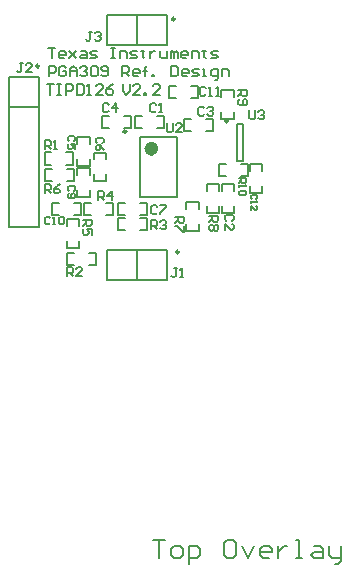
<source format=gto>
%FSLAX25Y25*%
%MOIN*%
G70*
G01*
G75*
G04 Layer_Color=65535*
%ADD10R,0.03150X0.02362*%
%ADD11R,0.04331X0.02559*%
%ADD12O,0.06693X0.01378*%
%ADD13R,0.02362X0.03150*%
%ADD14C,0.01500*%
%ADD15C,0.01000*%
%ADD16C,0.03000*%
%ADD17C,0.02500*%
%ADD18C,0.01300*%
%ADD19C,0.02000*%
%ADD20C,0.00800*%
%ADD21C,0.06496*%
%ADD22R,0.06496X0.06496*%
%ADD23R,0.06496X0.06496*%
%ADD24C,0.02000*%
G04:AMPARAMS|DCode=25|XSize=39.37mil|YSize=15.75mil|CornerRadius=3.94mil|HoleSize=0mil|Usage=FLASHONLY|Rotation=0.000|XOffset=0mil|YOffset=0mil|HoleType=Round|Shape=RoundedRectangle|*
%AMROUNDEDRECTD25*
21,1,0.03937,0.00787,0,0,0.0*
21,1,0.03150,0.01575,0,0,0.0*
1,1,0.00787,0.01575,-0.00394*
1,1,0.00787,-0.01575,-0.00394*
1,1,0.00787,-0.01575,0.00394*
1,1,0.00787,0.01575,0.00394*
%
%ADD25ROUNDEDRECTD25*%
G04:AMPARAMS|DCode=26|XSize=74.8mil|YSize=133.86mil|CornerRadius=0mil|HoleSize=0mil|Usage=FLASHONLY|Rotation=270.000|XOffset=0mil|YOffset=0mil|HoleType=Round|Shape=Octagon|*
%AMOCTAGOND26*
4,1,8,0.06693,0.01870,0.06693,-0.01870,0.04823,-0.03740,-0.04823,-0.03740,-0.06693,-0.01870,-0.06693,0.01870,-0.04823,0.03740,0.04823,0.03740,0.06693,0.01870,0.0*
%
%ADD26OCTAGOND26*%

%ADD27R,0.05512X0.03543*%
%ADD28R,0.07087X0.03543*%
%ADD29R,0.03740X0.03937*%
%ADD30R,0.08500X0.10799*%
%ADD31R,0.03937X0.03740*%
%ADD32R,0.02362X0.07480*%
%ADD33C,0.03500*%
%ADD34C,0.00984*%
%ADD35C,0.02362*%
%ADD36C,0.00700*%
%ADD37C,0.00787*%
%ADD38C,0.00600*%
%ADD39C,0.00500*%
D20*
X57700Y-79851D02*
X61699D01*
X59699D01*
Y-85849D01*
X64698D02*
X66697D01*
X67697Y-84850D01*
Y-82850D01*
X66697Y-81851D01*
X64698D01*
X63698Y-82850D01*
Y-84850D01*
X64698Y-85849D01*
X69696Y-87849D02*
Y-81851D01*
X72695D01*
X73695Y-82850D01*
Y-84850D01*
X72695Y-85849D01*
X69696D01*
X84691Y-79851D02*
X82692D01*
X81692Y-80851D01*
Y-84850D01*
X82692Y-85849D01*
X84691D01*
X85691Y-84850D01*
Y-80851D01*
X84691Y-79851D01*
X87690Y-81851D02*
X89690Y-85849D01*
X91689Y-81851D01*
X96687Y-85849D02*
X94688D01*
X93688Y-84850D01*
Y-82850D01*
X94688Y-81851D01*
X96687D01*
X97687Y-82850D01*
Y-83850D01*
X93688D01*
X99686Y-81851D02*
Y-85849D01*
Y-83850D01*
X100686Y-82850D01*
X101686Y-81851D01*
X102685D01*
X105684Y-85849D02*
X107684D01*
X106684D01*
Y-79851D01*
X105684D01*
X111682Y-81851D02*
X113682D01*
X114682Y-82850D01*
Y-85849D01*
X111682D01*
X110683Y-84850D01*
X111682Y-83850D01*
X114682D01*
X116681Y-81851D02*
Y-84850D01*
X117681Y-85849D01*
X120680D01*
Y-86849D01*
X119680Y-87849D01*
X118680D01*
X120680Y-85849D02*
Y-81851D01*
D34*
X82768Y59885D02*
G03*
X82768Y59885I-492J0D01*
G01*
X48972Y56311D02*
G03*
X48972Y56311I-492J0D01*
G01*
X65200Y93800D02*
G03*
X65200Y93800I-492J0D01*
G01*
X19941Y78143D02*
G03*
X19941Y78143I-492J0D01*
G01*
X66535Y16149D02*
G03*
X66535Y16149I-492J0D01*
G01*
D35*
X58519Y50602D02*
G03*
X58519Y50602I-1181J0D01*
G01*
D36*
X31400Y32650D02*
X33700D01*
Y28550D02*
Y32650D01*
X31400Y28550D02*
X33700D01*
X24100Y32650D02*
X26400D01*
X24100Y28550D02*
Y32650D01*
Y28550D02*
X26400D01*
X84750Y60400D02*
Y62700D01*
X80650Y60400D02*
X84750D01*
X80650D02*
Y62700D01*
X84750Y67700D02*
Y70000D01*
X80650D02*
X84750D01*
X80650Y67700D02*
Y70000D01*
X75750Y36600D02*
Y38900D01*
X79850D01*
Y36600D02*
Y38900D01*
X75750Y29300D02*
Y31600D01*
Y29300D02*
X79850D01*
Y31600D01*
X73050Y23100D02*
Y25400D01*
X68950Y23100D02*
X73050D01*
X68950D02*
Y25400D01*
X73050Y30400D02*
Y32700D01*
X68950D02*
X73050D01*
X68950Y30400D02*
Y32700D01*
X21821Y39689D02*
X24121D01*
X21821D02*
Y43789D01*
X24121D01*
X29120Y39689D02*
X31420D01*
Y43789D01*
X29120D02*
X31420D01*
X33350Y17500D02*
Y19800D01*
X29250Y17500D02*
X33350D01*
X29250D02*
Y19800D01*
X33350Y24800D02*
Y27100D01*
X29250D02*
X33350D01*
X29250Y24800D02*
Y27100D01*
X34900Y28550D02*
X37200D01*
X34900D02*
Y32650D01*
X37200D01*
X42200Y28550D02*
X44500D01*
Y32650D01*
X42200D02*
X44500D01*
X46300Y23350D02*
X48600D01*
X46300D02*
Y27450D01*
X48600D01*
X53600Y23350D02*
X55900D01*
Y27450D01*
X53600D02*
X55900D01*
X36600Y15950D02*
X38900D01*
Y11850D02*
Y15950D01*
X36600Y11850D02*
X38900D01*
X29300Y15950D02*
X31600D01*
X29300Y11850D02*
Y15950D01*
Y11850D02*
X31600D01*
X21721Y45289D02*
X24021D01*
X21721D02*
Y49389D01*
X24021D01*
X29021Y45289D02*
X31321D01*
Y49389D01*
X29021D02*
X31321D01*
X52500Y85158D02*
Y95157D01*
X62500Y85158D02*
Y95157D01*
X42500Y85158D02*
X62500D01*
X42500D02*
Y95157D01*
X62500D01*
X20000Y24600D02*
Y74600D01*
X10000Y24600D02*
X20000D01*
X10000D02*
Y74600D01*
X20000D01*
X10000Y64600D02*
X20000D01*
X52500Y6700D02*
Y16700D01*
X62500Y6700D02*
Y16700D01*
X42500Y6700D02*
X62500D01*
X42500D02*
Y16700D01*
X62500D01*
X90150Y43200D02*
Y45500D01*
X94250D01*
Y43200D02*
Y45500D01*
X90150Y35900D02*
Y38200D01*
Y35900D02*
X94250D01*
Y38200D01*
X32671Y41700D02*
Y44000D01*
X36770D01*
Y41700D02*
Y44000D01*
X32671Y34400D02*
Y36700D01*
Y34400D02*
X36770D01*
Y36700D01*
X46300Y28550D02*
X48600D01*
X46300D02*
Y32650D01*
X48600D01*
X53600Y28550D02*
X55900D01*
Y32650D01*
X53600D02*
X55900D01*
X38170Y47000D02*
Y49300D01*
X42270D01*
Y47000D02*
Y49300D01*
X38170Y39700D02*
Y42000D01*
Y39700D02*
X42270D01*
Y42000D01*
X32671Y52100D02*
Y54400D01*
X36770D01*
Y52100D02*
Y54400D01*
X32671Y44800D02*
Y47100D01*
Y44800D02*
X36770D01*
Y47100D01*
X48300Y61550D02*
X50600D01*
Y57450D02*
Y61550D01*
X48300Y57450D02*
X50600D01*
X41000Y61550D02*
X43300D01*
X41000Y57450D02*
Y61550D01*
Y57450D02*
X43300D01*
X68300Y56450D02*
X70600D01*
X68300D02*
Y60550D01*
X70600D01*
X75600Y56450D02*
X77900D01*
Y60550D01*
X75600D02*
X77900D01*
X84950Y29300D02*
Y31600D01*
X80850Y29300D02*
X84950D01*
X80850D02*
Y31600D01*
X84950Y36600D02*
Y38900D01*
X80850D02*
X84950D01*
X80850Y36600D02*
Y38900D01*
X59100Y61550D02*
X61400D01*
Y57450D02*
Y61550D01*
X59100Y57450D02*
X61400D01*
X51800Y61550D02*
X54100D01*
X51800Y57450D02*
Y61550D01*
Y57450D02*
X54100D01*
X79900Y41450D02*
X82200D01*
X79900D02*
Y45550D01*
X82200D01*
X87200Y41450D02*
X89500D01*
Y45550D01*
X87200D02*
X89500D01*
X63100Y67550D02*
X65400D01*
X63100D02*
Y71650D01*
X65400D01*
X70400Y67550D02*
X72700D01*
Y71650D01*
X70400D02*
X72700D01*
D37*
X87984Y46598D02*
Y58802D01*
X86016Y46598D02*
Y58802D01*
Y46598D02*
X87984D01*
X86016Y58802D02*
X87984D01*
X53401Y34461D02*
Y54539D01*
X65999Y34461D02*
Y54539D01*
X53401D02*
X65999D01*
X53401Y34461D02*
X65999D01*
D38*
X22500Y72099D02*
X24833D01*
X23666D01*
Y68600D01*
X25999Y72099D02*
X27165D01*
X26582D01*
Y68600D01*
X25999D01*
X27165D01*
X28915D02*
Y72099D01*
X30664D01*
X31247Y71516D01*
Y70349D01*
X30664Y69766D01*
X28915D01*
X32414Y72099D02*
Y68600D01*
X34163D01*
X34746Y69183D01*
Y71516D01*
X34163Y72099D01*
X32414D01*
X35912Y68600D02*
X37079D01*
X36496D01*
Y72099D01*
X35912Y71516D01*
X41161Y68600D02*
X38828D01*
X41161Y70933D01*
Y71516D01*
X40578Y72099D01*
X39411D01*
X38828Y71516D01*
X44660Y72099D02*
X43493Y71516D01*
X42327Y70349D01*
Y69183D01*
X42910Y68600D01*
X44076D01*
X44660Y69183D01*
Y69766D01*
X44076Y70349D01*
X42327D01*
X58999Y65199D02*
X58499Y65699D01*
X57500D01*
X57000Y65199D01*
Y63200D01*
X57500Y62700D01*
X58499D01*
X58999Y63200D01*
X59999Y62700D02*
X60999D01*
X60499D01*
Y65699D01*
X59999Y65199D01*
X74899Y64099D02*
X74400Y64599D01*
X73400D01*
X72900Y64099D01*
Y62100D01*
X73400Y61600D01*
X74400D01*
X74899Y62100D01*
X75899Y64099D02*
X76399Y64599D01*
X77399D01*
X77898Y64099D01*
Y63599D01*
X77399Y63099D01*
X76899D01*
X77399D01*
X77898Y62600D01*
Y62100D01*
X77399Y61600D01*
X76399D01*
X75899Y62100D01*
X43099Y65199D02*
X42599Y65699D01*
X41600D01*
X41100Y65199D01*
Y63200D01*
X41600Y62700D01*
X42599D01*
X43099Y63200D01*
X45599Y62700D02*
Y65699D01*
X44099Y64200D01*
X46098D01*
X59199Y31299D02*
X58700Y31799D01*
X57700D01*
X57200Y31299D01*
Y29300D01*
X57700Y28800D01*
X58700D01*
X59199Y29300D01*
X60199Y31799D02*
X62198D01*
Y31299D01*
X60199Y29300D01*
Y28800D01*
X75399Y70799D02*
X74900Y71299D01*
X73900D01*
X73400Y70799D01*
Y68800D01*
X73900Y68300D01*
X74900D01*
X75399Y68800D01*
X76399Y68300D02*
X77399D01*
X76899D01*
Y71299D01*
X76399Y70799D01*
X78898Y68300D02*
X79898D01*
X79398D01*
Y71299D01*
X78898Y70799D01*
X14399Y79099D02*
X13400D01*
X13900D01*
Y76600D01*
X13400Y76100D01*
X12900D01*
X12400Y76600D01*
X17398Y76100D02*
X15399D01*
X17398Y78099D01*
Y78599D01*
X16899Y79099D01*
X15899D01*
X15399Y78599D01*
X37399Y89599D02*
X36400D01*
X36900D01*
Y87100D01*
X36400Y86600D01*
X35900D01*
X35400Y87100D01*
X38399Y89099D02*
X38899Y89599D01*
X39899D01*
X40398Y89099D01*
Y88599D01*
X39899Y88099D01*
X39399D01*
X39899D01*
X40398Y87600D01*
Y87100D01*
X39899Y86600D01*
X38899D01*
X38399Y87100D01*
X21700Y50400D02*
Y53399D01*
X23200D01*
X23699Y52899D01*
Y51899D01*
X23200Y51400D01*
X21700D01*
X22700D02*
X23699Y50400D01*
X24699D02*
X25699D01*
X25199D01*
Y53399D01*
X24699Y52899D01*
X57200Y23800D02*
Y26799D01*
X58700D01*
X59199Y26299D01*
Y25300D01*
X58700Y24800D01*
X57200D01*
X58200D02*
X59199Y23800D01*
X60199Y26299D02*
X60699Y26799D01*
X61699D01*
X62198Y26299D01*
Y25799D01*
X61699Y25300D01*
X61199D01*
X61699D01*
X62198Y24800D01*
Y24300D01*
X61699Y23800D01*
X60699D01*
X60199Y24300D01*
X21800Y35800D02*
Y38799D01*
X23300D01*
X23799Y38299D01*
Y37299D01*
X23300Y36800D01*
X21800D01*
X22800D02*
X23799Y35800D01*
X26798Y38799D02*
X25799Y38299D01*
X24799Y37299D01*
Y36300D01*
X25299Y35800D01*
X26299D01*
X26798Y36300D01*
Y36800D01*
X26299Y37299D01*
X24799D01*
X65210Y27826D02*
X68209D01*
Y26326D01*
X67709Y25826D01*
X66709D01*
X66209Y26326D01*
Y27826D01*
Y26826D02*
X65210Y25826D01*
X68209Y24827D02*
Y22827D01*
X67709D01*
X65710Y24827D01*
X65210D01*
X86200Y70100D02*
X89199D01*
Y68600D01*
X88699Y68101D01*
X87700D01*
X87200Y68600D01*
Y70100D01*
Y69100D02*
X86200Y68101D01*
X86700Y67101D02*
X86200Y66601D01*
Y65601D01*
X86700Y65102D01*
X88699D01*
X89199Y65601D01*
Y66601D01*
X88699Y67101D01*
X88199D01*
X87700Y66601D01*
Y65102D01*
X47800Y71999D02*
Y69666D01*
X48966Y68500D01*
X50133Y69666D01*
Y71999D01*
X53631Y68500D02*
X51299D01*
X53631Y70833D01*
Y71416D01*
X53048Y71999D01*
X51882D01*
X51299Y71416D01*
X54798Y68500D02*
Y69083D01*
X55381D01*
Y68500D01*
X54798D01*
X60046D02*
X57714D01*
X60046Y70833D01*
Y71416D01*
X59463Y71999D01*
X58297D01*
X57714Y71416D01*
X23100Y74700D02*
Y78199D01*
X24849D01*
X25433Y77616D01*
Y76449D01*
X24849Y75866D01*
X23100D01*
X28931Y77616D02*
X28348Y78199D01*
X27182D01*
X26599Y77616D01*
Y75283D01*
X27182Y74700D01*
X28348D01*
X28931Y75283D01*
Y76449D01*
X27765D01*
X30098Y74700D02*
Y77033D01*
X31264Y78199D01*
X32430Y77033D01*
Y74700D01*
Y76449D01*
X30098D01*
X33597Y77616D02*
X34180Y78199D01*
X35346D01*
X35929Y77616D01*
Y77033D01*
X35346Y76449D01*
X34763D01*
X35346D01*
X35929Y75866D01*
Y75283D01*
X35346Y74700D01*
X34180D01*
X33597Y75283D01*
X37095Y77616D02*
X37679Y78199D01*
X38845D01*
X39428Y77616D01*
Y75283D01*
X38845Y74700D01*
X37679D01*
X37095Y75283D01*
Y77616D01*
X40594Y75283D02*
X41177Y74700D01*
X42344D01*
X42927Y75283D01*
Y77616D01*
X42344Y78199D01*
X41177D01*
X40594Y77616D01*
Y77033D01*
X41177Y76449D01*
X42927D01*
X47592Y74700D02*
Y78199D01*
X49341D01*
X49925Y77616D01*
Y76449D01*
X49341Y75866D01*
X47592D01*
X48758D02*
X49925Y74700D01*
X52840D02*
X51674D01*
X51091Y75283D01*
Y76449D01*
X51674Y77033D01*
X52840D01*
X53424Y76449D01*
Y75866D01*
X51091D01*
X55173Y74700D02*
Y77616D01*
Y76449D01*
X54590D01*
X55756D01*
X55173D01*
Y77616D01*
X55756Y78199D01*
X57506Y74700D02*
Y75283D01*
X58089D01*
Y74700D01*
X57506D01*
X63920Y78199D02*
Y74700D01*
X65670D01*
X66253Y75283D01*
Y77616D01*
X65670Y78199D01*
X63920D01*
X69168Y74700D02*
X68002D01*
X67419Y75283D01*
Y76449D01*
X68002Y77033D01*
X69168D01*
X69752Y76449D01*
Y75866D01*
X67419D01*
X70918Y74700D02*
X72667D01*
X73251Y75283D01*
X72667Y75866D01*
X71501D01*
X70918Y76449D01*
X71501Y77033D01*
X73251D01*
X74417Y74700D02*
X75583D01*
X75000D01*
Y77033D01*
X74417D01*
X78499Y73534D02*
X79082D01*
X79665Y74117D01*
Y77033D01*
X77916D01*
X77333Y76449D01*
Y75283D01*
X77916Y74700D01*
X79665D01*
X80831D02*
Y77033D01*
X82581D01*
X83164Y76449D01*
Y74700D01*
X22900Y84199D02*
X25233D01*
X24066D01*
Y80700D01*
X28148D02*
X26982D01*
X26399Y81283D01*
Y82449D01*
X26982Y83033D01*
X28148D01*
X28732Y82449D01*
Y81866D01*
X26399D01*
X29898Y83033D02*
X32230Y80700D01*
X31064Y81866D01*
X32230Y83033D01*
X29898Y80700D01*
X33980Y83033D02*
X35146D01*
X35729Y82449D01*
Y80700D01*
X33980D01*
X33397Y81283D01*
X33980Y81866D01*
X35729D01*
X36895Y80700D02*
X38645D01*
X39228Y81283D01*
X38645Y81866D01*
X37479D01*
X36895Y82449D01*
X37479Y83033D01*
X39228D01*
X43893Y84199D02*
X45059D01*
X44476D01*
Y80700D01*
X43893D01*
X45059D01*
X46809D02*
Y83033D01*
X48558D01*
X49141Y82449D01*
Y80700D01*
X50308D02*
X52057D01*
X52640Y81283D01*
X52057Y81866D01*
X50891D01*
X50308Y82449D01*
X50891Y83033D01*
X52640D01*
X54390Y83616D02*
Y83033D01*
X53807D01*
X54973D01*
X54390D01*
Y81283D01*
X54973Y80700D01*
X56722Y83033D02*
Y80700D01*
Y81866D01*
X57306Y82449D01*
X57889Y83033D01*
X58472D01*
X60221D02*
Y81283D01*
X60804Y80700D01*
X62554D01*
Y83033D01*
X63720Y80700D02*
Y83033D01*
X64303D01*
X64886Y82449D01*
Y80700D01*
Y82449D01*
X65470Y83033D01*
X66053Y82449D01*
Y80700D01*
X68968D02*
X67802D01*
X67219Y81283D01*
Y82449D01*
X67802Y83033D01*
X68968D01*
X69552Y82449D01*
Y81866D01*
X67219D01*
X70718Y80700D02*
Y83033D01*
X72467D01*
X73050Y82449D01*
Y80700D01*
X74800Y83616D02*
Y83033D01*
X74217D01*
X75383D01*
X74800D01*
Y81283D01*
X75383Y80700D01*
X77132D02*
X78882D01*
X79465Y81283D01*
X78882Y81866D01*
X77716D01*
X77132Y82449D01*
X77716Y83033D01*
X79465D01*
D39*
X84299Y26501D02*
X84799Y27000D01*
Y28000D01*
X84299Y28500D01*
X82300D01*
X81800Y28000D01*
Y27000D01*
X82300Y26501D01*
X81800Y23502D02*
Y25501D01*
X83799Y23502D01*
X84299D01*
X84799Y24001D01*
Y25001D01*
X84299Y25501D01*
X31483Y53034D02*
X31899Y53450D01*
Y54283D01*
X31483Y54700D01*
X29816D01*
X29400Y54283D01*
Y53450D01*
X29816Y53034D01*
X31899Y50535D02*
Y52201D01*
X30650D01*
X31066Y51368D01*
Y50951D01*
X30650Y50535D01*
X29816D01*
X29400Y50951D01*
Y51784D01*
X29816Y52201D01*
X40983Y52534D02*
X41399Y52950D01*
Y53784D01*
X40983Y54200D01*
X39316D01*
X38900Y53784D01*
Y52950D01*
X39316Y52534D01*
X41399Y50035D02*
X40983Y50868D01*
X40150Y51701D01*
X39316D01*
X38900Y51284D01*
Y50451D01*
X39316Y50035D01*
X39733D01*
X40150Y50451D01*
Y51701D01*
X31483Y36534D02*
X31899Y36950D01*
Y37784D01*
X31483Y38200D01*
X29816D01*
X29400Y37784D01*
Y36950D01*
X29816Y36534D01*
Y35701D02*
X29400Y35284D01*
Y34451D01*
X29816Y34035D01*
X31483D01*
X31899Y34451D01*
Y35284D01*
X31483Y35701D01*
X31066D01*
X30650Y35284D01*
Y34035D01*
X23566Y27483D02*
X23150Y27899D01*
X22317D01*
X21900Y27483D01*
Y25817D01*
X22317Y25400D01*
X23150D01*
X23566Y25817D01*
X24399Y25400D02*
X25232D01*
X24816D01*
Y27899D01*
X24399Y27483D01*
X26482D02*
X26898Y27899D01*
X27731D01*
X28148Y27483D01*
Y25817D01*
X27731Y25400D01*
X26898D01*
X26482Y25817D01*
Y27483D01*
X92166Y33867D02*
X92499Y34200D01*
Y34867D01*
X92166Y35200D01*
X90833D01*
X90500Y34867D01*
Y34200D01*
X90833Y33867D01*
X90500Y33201D02*
Y32534D01*
Y32867D01*
X92499D01*
X92166Y33201D01*
X90500Y30202D02*
Y31534D01*
X91833Y30202D01*
X92166D01*
X92499Y30535D01*
Y31201D01*
X92166Y31534D01*
X65899Y10699D02*
X64900D01*
X65399D01*
Y8200D01*
X64900Y7700D01*
X64400D01*
X63900Y8200D01*
X66899Y7700D02*
X67899D01*
X67399D01*
Y10699D01*
X66899Y10199D01*
X29200Y8100D02*
Y11099D01*
X30700D01*
X31199Y10599D01*
Y9600D01*
X30700Y9100D01*
X29200D01*
X30200D02*
X31199Y8100D01*
X34198D02*
X32199D01*
X34198Y10099D01*
Y10599D01*
X33699Y11099D01*
X32699D01*
X32199Y10599D01*
X39600Y33400D02*
Y36399D01*
X41100D01*
X41599Y35899D01*
Y34900D01*
X41100Y34400D01*
X39600D01*
X40600D02*
X41599Y33400D01*
X44099D02*
Y36399D01*
X42599Y34900D01*
X44598D01*
X34500Y26900D02*
X37499D01*
Y25401D01*
X36999Y24901D01*
X36000D01*
X35500Y25401D01*
Y26900D01*
Y25900D02*
X34500Y24901D01*
X37499Y21902D02*
Y23901D01*
X36000D01*
X36499Y22901D01*
Y22401D01*
X36000Y21902D01*
X35000D01*
X34500Y22401D01*
Y23401D01*
X35000Y23901D01*
X76600Y28300D02*
X79599D01*
Y26801D01*
X79099Y26301D01*
X78100D01*
X77600Y26801D01*
Y28300D01*
Y27300D02*
X76600Y26301D01*
X79099Y25301D02*
X79599Y24801D01*
Y23801D01*
X79099Y23302D01*
X78599D01*
X78100Y23801D01*
X77600Y23302D01*
X77100D01*
X76600Y23801D01*
Y24801D01*
X77100Y25301D01*
X77600D01*
X78100Y24801D01*
X78599Y25301D01*
X79099D01*
X78100Y24801D02*
Y23801D01*
X86500Y40800D02*
X88799D01*
Y39650D01*
X88416Y39267D01*
X87650D01*
X87266Y39650D01*
Y40800D01*
Y40034D02*
X86500Y39267D01*
Y38501D02*
Y37734D01*
Y38118D01*
X88799D01*
X88416Y38501D01*
Y36585D02*
X88799Y36202D01*
Y35435D01*
X88416Y35052D01*
X86883D01*
X86500Y35435D01*
Y36202D01*
X86883Y36585D01*
X88416D01*
X62400Y58999D02*
Y56500D01*
X62900Y56000D01*
X63899D01*
X64399Y56500D01*
Y58999D01*
X67398Y56000D02*
X65399D01*
X67398Y57999D01*
Y58499D01*
X66899Y58999D01*
X65899D01*
X65399Y58499D01*
X90000Y63399D02*
Y60900D01*
X90500Y60400D01*
X91500D01*
X91999Y60900D01*
Y63399D01*
X92999Y62899D02*
X93499Y63399D01*
X94499D01*
X94998Y62899D01*
Y62399D01*
X94499Y61900D01*
X93999D01*
X94499D01*
X94998Y61400D01*
Y60900D01*
X94499Y60400D01*
X93499D01*
X92999Y60900D01*
M02*

</source>
